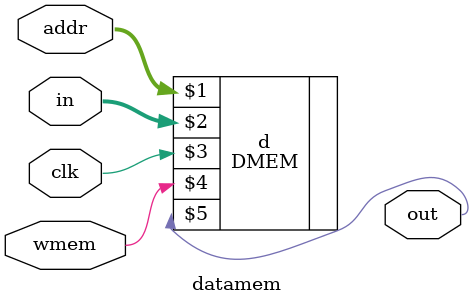
<source format=v>
`timescale 1ns / 1ps


module datamem(
    input [31:0]in,
    input [31:0]addr,
    input clk,
    input wmem,
    output out
    );
    DMEM d(addr,in,clk,wmem,out);
endmodule

</source>
